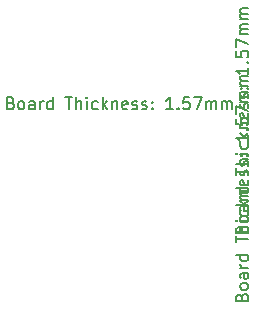
<source format=gbr>
%TF.GenerationSoftware,KiCad,Pcbnew,(6.0.1)*%
%TF.CreationDate,2022-08-01T14:37:07+02:00*%
%TF.ProjectId,DetectorReader,44657465-6374-46f7-9252-65616465722e,rev?*%
%TF.SameCoordinates,Original*%
%TF.FileFunction,Other,Comment*%
%FSLAX46Y46*%
G04 Gerber Fmt 4.6, Leading zero omitted, Abs format (unit mm)*
G04 Created by KiCad (PCBNEW (6.0.1)) date 2022-08-01 14:37:07*
%MOMM*%
%LPD*%
G01*
G04 APERTURE LIST*
%ADD10C,0.150000*%
G04 APERTURE END LIST*
D10*
%TO.C,J4*%
X134539523Y-79478571D02*
X134682380Y-79526190D01*
X134730000Y-79573809D01*
X134777619Y-79669047D01*
X134777619Y-79811904D01*
X134730000Y-79907142D01*
X134682380Y-79954761D01*
X134587142Y-80002380D01*
X134206190Y-80002380D01*
X134206190Y-79002380D01*
X134539523Y-79002380D01*
X134634761Y-79050000D01*
X134682380Y-79097619D01*
X134730000Y-79192857D01*
X134730000Y-79288095D01*
X134682380Y-79383333D01*
X134634761Y-79430952D01*
X134539523Y-79478571D01*
X134206190Y-79478571D01*
X135349047Y-80002380D02*
X135253809Y-79954761D01*
X135206190Y-79907142D01*
X135158571Y-79811904D01*
X135158571Y-79526190D01*
X135206190Y-79430952D01*
X135253809Y-79383333D01*
X135349047Y-79335714D01*
X135491904Y-79335714D01*
X135587142Y-79383333D01*
X135634761Y-79430952D01*
X135682380Y-79526190D01*
X135682380Y-79811904D01*
X135634761Y-79907142D01*
X135587142Y-79954761D01*
X135491904Y-80002380D01*
X135349047Y-80002380D01*
X136539523Y-80002380D02*
X136539523Y-79478571D01*
X136491904Y-79383333D01*
X136396666Y-79335714D01*
X136206190Y-79335714D01*
X136110952Y-79383333D01*
X136539523Y-79954761D02*
X136444285Y-80002380D01*
X136206190Y-80002380D01*
X136110952Y-79954761D01*
X136063333Y-79859523D01*
X136063333Y-79764285D01*
X136110952Y-79669047D01*
X136206190Y-79621428D01*
X136444285Y-79621428D01*
X136539523Y-79573809D01*
X137015714Y-80002380D02*
X137015714Y-79335714D01*
X137015714Y-79526190D02*
X137063333Y-79430952D01*
X137110952Y-79383333D01*
X137206190Y-79335714D01*
X137301428Y-79335714D01*
X138063333Y-80002380D02*
X138063333Y-79002380D01*
X138063333Y-79954761D02*
X137968095Y-80002380D01*
X137777619Y-80002380D01*
X137682380Y-79954761D01*
X137634761Y-79907142D01*
X137587142Y-79811904D01*
X137587142Y-79526190D01*
X137634761Y-79430952D01*
X137682380Y-79383333D01*
X137777619Y-79335714D01*
X137968095Y-79335714D01*
X138063333Y-79383333D01*
X139158571Y-79002380D02*
X139730000Y-79002380D01*
X139444285Y-80002380D02*
X139444285Y-79002380D01*
X140063333Y-80002380D02*
X140063333Y-79002380D01*
X140491904Y-80002380D02*
X140491904Y-79478571D01*
X140444285Y-79383333D01*
X140349047Y-79335714D01*
X140206190Y-79335714D01*
X140110952Y-79383333D01*
X140063333Y-79430952D01*
X140968095Y-80002380D02*
X140968095Y-79335714D01*
X140968095Y-79002380D02*
X140920476Y-79050000D01*
X140968095Y-79097619D01*
X141015714Y-79050000D01*
X140968095Y-79002380D01*
X140968095Y-79097619D01*
X141872857Y-79954761D02*
X141777619Y-80002380D01*
X141587142Y-80002380D01*
X141491904Y-79954761D01*
X141444285Y-79907142D01*
X141396666Y-79811904D01*
X141396666Y-79526190D01*
X141444285Y-79430952D01*
X141491904Y-79383333D01*
X141587142Y-79335714D01*
X141777619Y-79335714D01*
X141872857Y-79383333D01*
X142301428Y-80002380D02*
X142301428Y-79002380D01*
X142396666Y-79621428D02*
X142682380Y-80002380D01*
X142682380Y-79335714D02*
X142301428Y-79716666D01*
X143110952Y-79335714D02*
X143110952Y-80002380D01*
X143110952Y-79430952D02*
X143158571Y-79383333D01*
X143253809Y-79335714D01*
X143396666Y-79335714D01*
X143491904Y-79383333D01*
X143539523Y-79478571D01*
X143539523Y-80002380D01*
X144396666Y-79954761D02*
X144301428Y-80002380D01*
X144110952Y-80002380D01*
X144015714Y-79954761D01*
X143968095Y-79859523D01*
X143968095Y-79478571D01*
X144015714Y-79383333D01*
X144110952Y-79335714D01*
X144301428Y-79335714D01*
X144396666Y-79383333D01*
X144444285Y-79478571D01*
X144444285Y-79573809D01*
X143968095Y-79669047D01*
X144825238Y-79954761D02*
X144920476Y-80002380D01*
X145110952Y-80002380D01*
X145206190Y-79954761D01*
X145253809Y-79859523D01*
X145253809Y-79811904D01*
X145206190Y-79716666D01*
X145110952Y-79669047D01*
X144968095Y-79669047D01*
X144872857Y-79621428D01*
X144825238Y-79526190D01*
X144825238Y-79478571D01*
X144872857Y-79383333D01*
X144968095Y-79335714D01*
X145110952Y-79335714D01*
X145206190Y-79383333D01*
X145634761Y-79954761D02*
X145730000Y-80002380D01*
X145920476Y-80002380D01*
X146015714Y-79954761D01*
X146063333Y-79859523D01*
X146063333Y-79811904D01*
X146015714Y-79716666D01*
X145920476Y-79669047D01*
X145777619Y-79669047D01*
X145682380Y-79621428D01*
X145634761Y-79526190D01*
X145634761Y-79478571D01*
X145682380Y-79383333D01*
X145777619Y-79335714D01*
X145920476Y-79335714D01*
X146015714Y-79383333D01*
X146491904Y-79907142D02*
X146539523Y-79954761D01*
X146491904Y-80002380D01*
X146444285Y-79954761D01*
X146491904Y-79907142D01*
X146491904Y-80002380D01*
X146491904Y-79383333D02*
X146539523Y-79430952D01*
X146491904Y-79478571D01*
X146444285Y-79430952D01*
X146491904Y-79383333D01*
X146491904Y-79478571D01*
X148253809Y-80002380D02*
X147682380Y-80002380D01*
X147968095Y-80002380D02*
X147968095Y-79002380D01*
X147872857Y-79145238D01*
X147777619Y-79240476D01*
X147682380Y-79288095D01*
X148682380Y-79907142D02*
X148730000Y-79954761D01*
X148682380Y-80002380D01*
X148634761Y-79954761D01*
X148682380Y-79907142D01*
X148682380Y-80002380D01*
X149634761Y-79002380D02*
X149158571Y-79002380D01*
X149110952Y-79478571D01*
X149158571Y-79430952D01*
X149253809Y-79383333D01*
X149491904Y-79383333D01*
X149587142Y-79430952D01*
X149634761Y-79478571D01*
X149682380Y-79573809D01*
X149682380Y-79811904D01*
X149634761Y-79907142D01*
X149587142Y-79954761D01*
X149491904Y-80002380D01*
X149253809Y-80002380D01*
X149158571Y-79954761D01*
X149110952Y-79907142D01*
X150015714Y-79002380D02*
X150682380Y-79002380D01*
X150253809Y-80002380D01*
X151063333Y-80002380D02*
X151063333Y-79335714D01*
X151063333Y-79430952D02*
X151110952Y-79383333D01*
X151206190Y-79335714D01*
X151349047Y-79335714D01*
X151444285Y-79383333D01*
X151491904Y-79478571D01*
X151491904Y-80002380D01*
X151491904Y-79478571D02*
X151539523Y-79383333D01*
X151634761Y-79335714D01*
X151777619Y-79335714D01*
X151872857Y-79383333D01*
X151920476Y-79478571D01*
X151920476Y-80002380D01*
X152396666Y-80002380D02*
X152396666Y-79335714D01*
X152396666Y-79430952D02*
X152444285Y-79383333D01*
X152539523Y-79335714D01*
X152682380Y-79335714D01*
X152777619Y-79383333D01*
X152825238Y-79478571D01*
X152825238Y-80002380D01*
X152825238Y-79478571D02*
X152872857Y-79383333D01*
X152968095Y-79335714D01*
X153110952Y-79335714D01*
X153206190Y-79383333D01*
X153253809Y-79478571D01*
X153253809Y-80002380D01*
%TO.C,J5*%
X154098571Y-95890476D02*
X154146190Y-95747619D01*
X154193809Y-95700000D01*
X154289047Y-95652380D01*
X154431904Y-95652380D01*
X154527142Y-95700000D01*
X154574761Y-95747619D01*
X154622380Y-95842857D01*
X154622380Y-96223809D01*
X153622380Y-96223809D01*
X153622380Y-95890476D01*
X153670000Y-95795238D01*
X153717619Y-95747619D01*
X153812857Y-95700000D01*
X153908095Y-95700000D01*
X154003333Y-95747619D01*
X154050952Y-95795238D01*
X154098571Y-95890476D01*
X154098571Y-96223809D01*
X154622380Y-95080952D02*
X154574761Y-95176190D01*
X154527142Y-95223809D01*
X154431904Y-95271428D01*
X154146190Y-95271428D01*
X154050952Y-95223809D01*
X154003333Y-95176190D01*
X153955714Y-95080952D01*
X153955714Y-94938095D01*
X154003333Y-94842857D01*
X154050952Y-94795238D01*
X154146190Y-94747619D01*
X154431904Y-94747619D01*
X154527142Y-94795238D01*
X154574761Y-94842857D01*
X154622380Y-94938095D01*
X154622380Y-95080952D01*
X154622380Y-93890476D02*
X154098571Y-93890476D01*
X154003333Y-93938095D01*
X153955714Y-94033333D01*
X153955714Y-94223809D01*
X154003333Y-94319047D01*
X154574761Y-93890476D02*
X154622380Y-93985714D01*
X154622380Y-94223809D01*
X154574761Y-94319047D01*
X154479523Y-94366666D01*
X154384285Y-94366666D01*
X154289047Y-94319047D01*
X154241428Y-94223809D01*
X154241428Y-93985714D01*
X154193809Y-93890476D01*
X154622380Y-93414285D02*
X153955714Y-93414285D01*
X154146190Y-93414285D02*
X154050952Y-93366666D01*
X154003333Y-93319047D01*
X153955714Y-93223809D01*
X153955714Y-93128571D01*
X154622380Y-92366666D02*
X153622380Y-92366666D01*
X154574761Y-92366666D02*
X154622380Y-92461904D01*
X154622380Y-92652380D01*
X154574761Y-92747619D01*
X154527142Y-92795238D01*
X154431904Y-92842857D01*
X154146190Y-92842857D01*
X154050952Y-92795238D01*
X154003333Y-92747619D01*
X153955714Y-92652380D01*
X153955714Y-92461904D01*
X154003333Y-92366666D01*
X153622380Y-91271428D02*
X153622380Y-90700000D01*
X154622380Y-90985714D02*
X153622380Y-90985714D01*
X154622380Y-90366666D02*
X153622380Y-90366666D01*
X154622380Y-89938095D02*
X154098571Y-89938095D01*
X154003333Y-89985714D01*
X153955714Y-90080952D01*
X153955714Y-90223809D01*
X154003333Y-90319047D01*
X154050952Y-90366666D01*
X154622380Y-89461904D02*
X153955714Y-89461904D01*
X153622380Y-89461904D02*
X153670000Y-89509523D01*
X153717619Y-89461904D01*
X153670000Y-89414285D01*
X153622380Y-89461904D01*
X153717619Y-89461904D01*
X154574761Y-88557142D02*
X154622380Y-88652380D01*
X154622380Y-88842857D01*
X154574761Y-88938095D01*
X154527142Y-88985714D01*
X154431904Y-89033333D01*
X154146190Y-89033333D01*
X154050952Y-88985714D01*
X154003333Y-88938095D01*
X153955714Y-88842857D01*
X153955714Y-88652380D01*
X154003333Y-88557142D01*
X154622380Y-88128571D02*
X153622380Y-88128571D01*
X154241428Y-88033333D02*
X154622380Y-87747619D01*
X153955714Y-87747619D02*
X154336666Y-88128571D01*
X153955714Y-87319047D02*
X154622380Y-87319047D01*
X154050952Y-87319047D02*
X154003333Y-87271428D01*
X153955714Y-87176190D01*
X153955714Y-87033333D01*
X154003333Y-86938095D01*
X154098571Y-86890476D01*
X154622380Y-86890476D01*
X154574761Y-86033333D02*
X154622380Y-86128571D01*
X154622380Y-86319047D01*
X154574761Y-86414285D01*
X154479523Y-86461904D01*
X154098571Y-86461904D01*
X154003333Y-86414285D01*
X153955714Y-86319047D01*
X153955714Y-86128571D01*
X154003333Y-86033333D01*
X154098571Y-85985714D01*
X154193809Y-85985714D01*
X154289047Y-86461904D01*
X154574761Y-85604761D02*
X154622380Y-85509523D01*
X154622380Y-85319047D01*
X154574761Y-85223809D01*
X154479523Y-85176190D01*
X154431904Y-85176190D01*
X154336666Y-85223809D01*
X154289047Y-85319047D01*
X154289047Y-85461904D01*
X154241428Y-85557142D01*
X154146190Y-85604761D01*
X154098571Y-85604761D01*
X154003333Y-85557142D01*
X153955714Y-85461904D01*
X153955714Y-85319047D01*
X154003333Y-85223809D01*
X154574761Y-84795238D02*
X154622380Y-84700000D01*
X154622380Y-84509523D01*
X154574761Y-84414285D01*
X154479523Y-84366666D01*
X154431904Y-84366666D01*
X154336666Y-84414285D01*
X154289047Y-84509523D01*
X154289047Y-84652380D01*
X154241428Y-84747619D01*
X154146190Y-84795238D01*
X154098571Y-84795238D01*
X154003333Y-84747619D01*
X153955714Y-84652380D01*
X153955714Y-84509523D01*
X154003333Y-84414285D01*
X154527142Y-83938095D02*
X154574761Y-83890476D01*
X154622380Y-83938095D01*
X154574761Y-83985714D01*
X154527142Y-83938095D01*
X154622380Y-83938095D01*
X154003333Y-83938095D02*
X154050952Y-83890476D01*
X154098571Y-83938095D01*
X154050952Y-83985714D01*
X154003333Y-83938095D01*
X154098571Y-83938095D01*
X154622380Y-82176190D02*
X154622380Y-82747619D01*
X154622380Y-82461904D02*
X153622380Y-82461904D01*
X153765238Y-82557142D01*
X153860476Y-82652380D01*
X153908095Y-82747619D01*
X154527142Y-81747619D02*
X154574761Y-81700000D01*
X154622380Y-81747619D01*
X154574761Y-81795238D01*
X154527142Y-81747619D01*
X154622380Y-81747619D01*
X153622380Y-80795238D02*
X153622380Y-81271428D01*
X154098571Y-81319047D01*
X154050952Y-81271428D01*
X154003333Y-81176190D01*
X154003333Y-80938095D01*
X154050952Y-80842857D01*
X154098571Y-80795238D01*
X154193809Y-80747619D01*
X154431904Y-80747619D01*
X154527142Y-80795238D01*
X154574761Y-80842857D01*
X154622380Y-80938095D01*
X154622380Y-81176190D01*
X154574761Y-81271428D01*
X154527142Y-81319047D01*
X153622380Y-80414285D02*
X153622380Y-79747619D01*
X154622380Y-80176190D01*
X154622380Y-79366666D02*
X153955714Y-79366666D01*
X154050952Y-79366666D02*
X154003333Y-79319047D01*
X153955714Y-79223809D01*
X153955714Y-79080952D01*
X154003333Y-78985714D01*
X154098571Y-78938095D01*
X154622380Y-78938095D01*
X154098571Y-78938095D02*
X154003333Y-78890476D01*
X153955714Y-78795238D01*
X153955714Y-78652380D01*
X154003333Y-78557142D01*
X154098571Y-78509523D01*
X154622380Y-78509523D01*
X154622380Y-78033333D02*
X153955714Y-78033333D01*
X154050952Y-78033333D02*
X154003333Y-77985714D01*
X153955714Y-77890476D01*
X153955714Y-77747619D01*
X154003333Y-77652380D01*
X154098571Y-77604761D01*
X154622380Y-77604761D01*
X154098571Y-77604761D02*
X154003333Y-77557142D01*
X153955714Y-77461904D01*
X153955714Y-77319047D01*
X154003333Y-77223809D01*
X154098571Y-77176190D01*
X154622380Y-77176190D01*
%TO.C,J3*%
X154098571Y-90190476D02*
X154146190Y-90047619D01*
X154193809Y-90000000D01*
X154289047Y-89952380D01*
X154431904Y-89952380D01*
X154527142Y-90000000D01*
X154574761Y-90047619D01*
X154622380Y-90142857D01*
X154622380Y-90523809D01*
X153622380Y-90523809D01*
X153622380Y-90190476D01*
X153670000Y-90095238D01*
X153717619Y-90047619D01*
X153812857Y-90000000D01*
X153908095Y-90000000D01*
X154003333Y-90047619D01*
X154050952Y-90095238D01*
X154098571Y-90190476D01*
X154098571Y-90523809D01*
X154622380Y-89380952D02*
X154574761Y-89476190D01*
X154527142Y-89523809D01*
X154431904Y-89571428D01*
X154146190Y-89571428D01*
X154050952Y-89523809D01*
X154003333Y-89476190D01*
X153955714Y-89380952D01*
X153955714Y-89238095D01*
X154003333Y-89142857D01*
X154050952Y-89095238D01*
X154146190Y-89047619D01*
X154431904Y-89047619D01*
X154527142Y-89095238D01*
X154574761Y-89142857D01*
X154622380Y-89238095D01*
X154622380Y-89380952D01*
X154622380Y-88190476D02*
X154098571Y-88190476D01*
X154003333Y-88238095D01*
X153955714Y-88333333D01*
X153955714Y-88523809D01*
X154003333Y-88619047D01*
X154574761Y-88190476D02*
X154622380Y-88285714D01*
X154622380Y-88523809D01*
X154574761Y-88619047D01*
X154479523Y-88666666D01*
X154384285Y-88666666D01*
X154289047Y-88619047D01*
X154241428Y-88523809D01*
X154241428Y-88285714D01*
X154193809Y-88190476D01*
X154622380Y-87714285D02*
X153955714Y-87714285D01*
X154146190Y-87714285D02*
X154050952Y-87666666D01*
X154003333Y-87619047D01*
X153955714Y-87523809D01*
X153955714Y-87428571D01*
X154622380Y-86666666D02*
X153622380Y-86666666D01*
X154574761Y-86666666D02*
X154622380Y-86761904D01*
X154622380Y-86952380D01*
X154574761Y-87047619D01*
X154527142Y-87095238D01*
X154431904Y-87142857D01*
X154146190Y-87142857D01*
X154050952Y-87095238D01*
X154003333Y-87047619D01*
X153955714Y-86952380D01*
X153955714Y-86761904D01*
X154003333Y-86666666D01*
X153622380Y-85571428D02*
X153622380Y-85000000D01*
X154622380Y-85285714D02*
X153622380Y-85285714D01*
X154622380Y-84666666D02*
X153622380Y-84666666D01*
X154622380Y-84238095D02*
X154098571Y-84238095D01*
X154003333Y-84285714D01*
X153955714Y-84380952D01*
X153955714Y-84523809D01*
X154003333Y-84619047D01*
X154050952Y-84666666D01*
X154622380Y-83761904D02*
X153955714Y-83761904D01*
X153622380Y-83761904D02*
X153670000Y-83809523D01*
X153717619Y-83761904D01*
X153670000Y-83714285D01*
X153622380Y-83761904D01*
X153717619Y-83761904D01*
X154574761Y-82857142D02*
X154622380Y-82952380D01*
X154622380Y-83142857D01*
X154574761Y-83238095D01*
X154527142Y-83285714D01*
X154431904Y-83333333D01*
X154146190Y-83333333D01*
X154050952Y-83285714D01*
X154003333Y-83238095D01*
X153955714Y-83142857D01*
X153955714Y-82952380D01*
X154003333Y-82857142D01*
X154622380Y-82428571D02*
X153622380Y-82428571D01*
X154241428Y-82333333D02*
X154622380Y-82047619D01*
X153955714Y-82047619D02*
X154336666Y-82428571D01*
X153955714Y-81619047D02*
X154622380Y-81619047D01*
X154050952Y-81619047D02*
X154003333Y-81571428D01*
X153955714Y-81476190D01*
X153955714Y-81333333D01*
X154003333Y-81238095D01*
X154098571Y-81190476D01*
X154622380Y-81190476D01*
X154574761Y-80333333D02*
X154622380Y-80428571D01*
X154622380Y-80619047D01*
X154574761Y-80714285D01*
X154479523Y-80761904D01*
X154098571Y-80761904D01*
X154003333Y-80714285D01*
X153955714Y-80619047D01*
X153955714Y-80428571D01*
X154003333Y-80333333D01*
X154098571Y-80285714D01*
X154193809Y-80285714D01*
X154289047Y-80761904D01*
X154574761Y-79904761D02*
X154622380Y-79809523D01*
X154622380Y-79619047D01*
X154574761Y-79523809D01*
X154479523Y-79476190D01*
X154431904Y-79476190D01*
X154336666Y-79523809D01*
X154289047Y-79619047D01*
X154289047Y-79761904D01*
X154241428Y-79857142D01*
X154146190Y-79904761D01*
X154098571Y-79904761D01*
X154003333Y-79857142D01*
X153955714Y-79761904D01*
X153955714Y-79619047D01*
X154003333Y-79523809D01*
X154574761Y-79095238D02*
X154622380Y-79000000D01*
X154622380Y-78809523D01*
X154574761Y-78714285D01*
X154479523Y-78666666D01*
X154431904Y-78666666D01*
X154336666Y-78714285D01*
X154289047Y-78809523D01*
X154289047Y-78952380D01*
X154241428Y-79047619D01*
X154146190Y-79095238D01*
X154098571Y-79095238D01*
X154003333Y-79047619D01*
X153955714Y-78952380D01*
X153955714Y-78809523D01*
X154003333Y-78714285D01*
X154527142Y-78238095D02*
X154574761Y-78190476D01*
X154622380Y-78238095D01*
X154574761Y-78285714D01*
X154527142Y-78238095D01*
X154622380Y-78238095D01*
X154003333Y-78238095D02*
X154050952Y-78190476D01*
X154098571Y-78238095D01*
X154050952Y-78285714D01*
X154003333Y-78238095D01*
X154098571Y-78238095D01*
X154622380Y-76476190D02*
X154622380Y-77047619D01*
X154622380Y-76761904D02*
X153622380Y-76761904D01*
X153765238Y-76857142D01*
X153860476Y-76952380D01*
X153908095Y-77047619D01*
X154527142Y-76047619D02*
X154574761Y-76000000D01*
X154622380Y-76047619D01*
X154574761Y-76095238D01*
X154527142Y-76047619D01*
X154622380Y-76047619D01*
X153622380Y-75095238D02*
X153622380Y-75571428D01*
X154098571Y-75619047D01*
X154050952Y-75571428D01*
X154003333Y-75476190D01*
X154003333Y-75238095D01*
X154050952Y-75142857D01*
X154098571Y-75095238D01*
X154193809Y-75047619D01*
X154431904Y-75047619D01*
X154527142Y-75095238D01*
X154574761Y-75142857D01*
X154622380Y-75238095D01*
X154622380Y-75476190D01*
X154574761Y-75571428D01*
X154527142Y-75619047D01*
X153622380Y-74714285D02*
X153622380Y-74047619D01*
X154622380Y-74476190D01*
X154622380Y-73666666D02*
X153955714Y-73666666D01*
X154050952Y-73666666D02*
X154003333Y-73619047D01*
X153955714Y-73523809D01*
X153955714Y-73380952D01*
X154003333Y-73285714D01*
X154098571Y-73238095D01*
X154622380Y-73238095D01*
X154098571Y-73238095D02*
X154003333Y-73190476D01*
X153955714Y-73095238D01*
X153955714Y-72952380D01*
X154003333Y-72857142D01*
X154098571Y-72809523D01*
X154622380Y-72809523D01*
X154622380Y-72333333D02*
X153955714Y-72333333D01*
X154050952Y-72333333D02*
X154003333Y-72285714D01*
X153955714Y-72190476D01*
X153955714Y-72047619D01*
X154003333Y-71952380D01*
X154098571Y-71904761D01*
X154622380Y-71904761D01*
X154098571Y-71904761D02*
X154003333Y-71857142D01*
X153955714Y-71761904D01*
X153955714Y-71619047D01*
X154003333Y-71523809D01*
X154098571Y-71476190D01*
X154622380Y-71476190D01*
%TD*%
M02*

</source>
